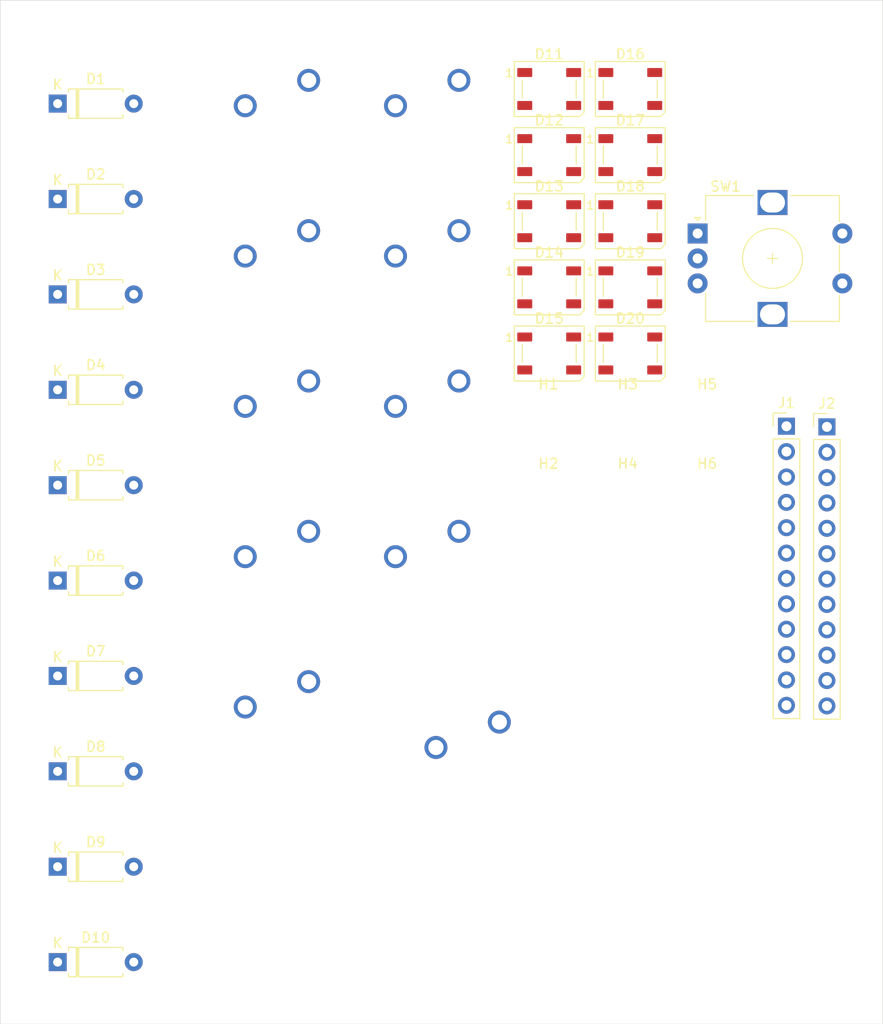
<source format=kicad_pcb>
(kicad_pcb (version 20240108) (generator "pcbnew") (generator_version "8.0")
  (layers (0 "F.Cu" signal) (31 "B.Cu" signal) (34 "B.Paste" user) (35 "F.Paste" user) (36 "B.SilkS" user "B.Silkscreen") (37 "F.SilkS" user "F.Silkscreen") (38 "B.Mask" user) (39 "F.Mask" user) (44 "Edge.Cuts" user))
  (net 0 "")
  (net 1 "Row_0")
  (net 2 "Net-(D1-A)")
  (net 3 "Net-(D2-A)")
  (net 4 "Net-(D3-A)")
  (net 5 "Net-(D4-A)")
  (net 6 "Row_1")
  (net 7 "Net-(D5-A)")
  (net 8 "Net-(D6-A)")
  (net 9 "Net-(D7-A)")
  (net 10 "Net-(D8-A)")
  (net 11 "Net-(D9-A)")
  (net 12 "Row_2")
  (net 13 "Net-(D10-A)")
  (net 14 "Row_3")
  (net 15 "5V")
  (net 16 "GND")
  (net 17 "LED_Data")
  (net 18 "Net-(D11-DOUT)")
  (net 19 "Net-(D12-DOUT)")
  (net 20 "Net-(D13-DOUT)")
  (net 21 "Net-(D14-DOUT)")
  (net 22 "Net-(D15-DOUT)")
  (net 23 "Net-(D16-DOUT)")
  (net 24 "Net-(D17-DOUT)")
  (net 25 "Net-(D18-DOUT)")
  (net 26 "Net-(D19-DOUT)")
  (net 28 "Col_0")
  (net 29 "Col_1")
  (net 30 "Col_2")
  (net 31 "Col_3")
  (net 32 "Encoder_A")
  (net 33 "Encoder_B")
  (net 34 "Encoder_Switch")
  (footprint "PCM_marbastlib-mx:SW_MX_1u" (layer "F.Cu") (at 78.1 59.85)
    (property "Reference" "MX1" (hide yes))
    (property "Value" "MX_SW_solder")
    (pad "" np_thru_hole circle (at -5.08 0) (size 1.75 1.75) (drill 1.75) (layers "*.Cu" "*.Mask"))
    (pad "" np_thru_hole circle (at 0 0) (size 3.9878 3.9878) (drill 3.9878) (layers "*.Cu" "*.Mask"))
    (pad "" np_thru_hole circle (at 5.08 0) (size 1.75 1.75) (drill 1.75) (layers "*.Cu" "*.Mask"))
    (pad "1" thru_hole circle (at -3.81 -2.54) (size 2.3 2.3) (drill 1.524) (layers "*.Cu" "B.Mask") (net 28 "Col_0"))
    (pad "2" thru_hole circle (at 2.54 -5.08) (size 2.3 2.3) (drill 1.524) (layers "*.Cu" "B.Mask") (net 2 "Net-(D1-A)"))
  )
  (footprint "Diode_THT:D_A-405_P7.62mm_Horizontal" (layer "F.Cu") (at 55.5 76.2)
    (property "Reference" "D3" (at 3.81 -2.47 0) (layer "F.SilkS"))
    (property "Value" "D")
    (fp_line (start 1.09 -1.47) (end 6.53 -1.47) (stroke (width 0.12)) (layer "F.SilkS"))
    (fp_line (start 1.09 -1.14) (end 1.09 -1.47) (stroke (width 0.12)) (layer "F.SilkS"))
    (fp_line (start 1.09 1.14) (end 1.09 1.47) (stroke (width 0.12)) (layer "F.SilkS"))
    (fp_line (start 1.09 1.47) (end 6.53 1.47) (stroke (width 0.12)) (layer "F.SilkS"))
    (fp_line (start 1.87 -1.47) (end 1.87 1.47) (stroke (width 0.12)) (layer "F.SilkS"))
    (fp_line (start 1.99 -1.47) (end 1.99 1.47) (stroke (width 0.12)) (layer "F.SilkS"))
    (fp_line (start 2.11 -1.47) (end 2.11 1.47) (stroke (width 0.12)) (layer "F.SilkS"))
    (fp_line (start 6.53 -1.47) (end 6.53 -1.14) (stroke (width 0.12)) (layer "F.SilkS"))
    (fp_line (start 6.53 1.47) (end 6.53 1.14) (stroke (width 0.12)) (layer "F.SilkS"))
    (fp_text user "K" (at 0 -1.9 0) (layer "F.SilkS"))
    (pad "1" thru_hole rect (at 0 0) (size 1.8 1.8) (drill 0.9) (layers "*.Cu" "*.Mask") (net 1 "Row_0"))
    (pad "2" thru_hole oval (at 7.62 0) (size 1.8 1.8) (drill 0.9) (layers "*.Cu" "*.Mask") (net 4 "Net-(D3-A)"))
  )
  (footprint "MountingHole:MountingHole_3.2mm_M3" (layer "F.Cu") (at 120.55 97.35)
    (property "Reference" "H6" (at 0 -4.2 0) (layer "F.SilkS"))
    (property "Value" "MountingHole")
    (pad "" np_thru_hole circle (at 0 0) (size 3.2 3.2) (drill 3.2) (layers "*.Cu" "*.Mask"))
  )
  (footprint "MountingHole:MountingHole_3.2mm_M3" (layer "F.Cu") (at 104.65 97.35)
    (property "Reference" "H2" (at 0 -4.2 0) (layer "F.SilkS"))
    (property "Value" "MountingHole")
    (pad "" np_thru_hole circle (at 0 0) (size 3.2 3.2) (drill 3.2) (layers "*.Cu" "*.Mask"))
  )
  (footprint "PCM_marbastlib-mx:SW_MX_1u" (layer "F.Cu") (at 93.15 89.95)
    (property "Reference" "MX8" (hide yes))
    (property "Value" "MX_SW_solder")
    (pad "" np_thru_hole circle (at -5.08 0) (size 1.75 1.75) (drill 1.75) (layers "*.Cu" "*.Mask"))
    (pad "" np_thru_hole circle (at 0 0) (size 3.9878 3.9878) (drill 3.9878) (layers "*.Cu" "*.Mask"))
    (pad "" np_thru_hole circle (at 5.08 0) (size 1.75 1.75) (drill 1.75) (layers "*.Cu" "*.Mask"))
    (pad "1" thru_hole circle (at -3.81 -2.54) (size 2.3 2.3) (drill 1.524) (layers "*.Cu" "B.Mask") (net 31 "Col_3"))
    (pad "2" thru_hole circle (at 2.54 -5.08) (size 2.3 2.3) (drill 1.524) (layers "*.Cu" "B.Mask") (net 10 "Net-(D8-A)"))
  )
  (footprint "Connector_PinHeader_2.54mm:PinHeader_1x12_P2.54mm_Vertical" (layer "F.Cu") (at 128.5 89.4)
    (property "Reference" "J1" (at 0 -2.33 0) (layer "F.SilkS"))
    (property "Value" "Conn_01x12")
    (fp_line (start -1.33 -1.33) (end 0 -1.33) (stroke (width 0.12)) (layer "F.SilkS"))
    (fp_line (start -1.33 0) (end -1.33 -1.33) (stroke (width 0.12)) (layer "F.SilkS"))
    (fp_line (start -1.33 1.27) (end -1.33 29.27) (stroke (width 0.12)) (layer "F.SilkS"))
    (fp_line (start -1.33 1.27) (end 1.33 1.27) (stroke (width 0.12)) (layer "F.SilkS"))
    (fp_line (start -1.33 29.27) (end 1.33 29.27) (stroke (width 0.12)) (layer "F.SilkS"))
    (fp_line (start 1.33 1.27) (end 1.33 29.27) (stroke (width 0.12)) (layer "F.SilkS"))
    (pad "1" thru_hole rect (at 0 0) (size 1.7 1.7) (drill 1) (layers "*.Cu" "*.Mask"))
    (pad "2" thru_hole oval (at 0 2.54) (size 1.7 1.7) (drill 1) (layers "*.Cu" "*.Mask"))
    (pad "3" thru_hole oval (at 0 5.08) (size 1.7 1.7) (drill 1) (layers "*.Cu" "*.Mask") (net 16 "GND"))
    (pad "4" thru_hole oval (at 0 7.62) (size 1.7 1.7) (drill 1) (layers "*.Cu" "*.Mask") (net 16 "GND"))
    (pad "5" thru_hole oval (at 0 10.16) (size 1.7 1.7) (drill 1) (layers "*.Cu" "*.Mask"))
    (pad "6" thru_hole oval (at 0 12.7) (size 1.7 1.7) (drill 1) (layers "*.Cu" "*.Mask") (net 28 "Col_0"))
    (pad "7" thru_hole oval (at 0 15.24) (size 1.7 1.7) (drill 1) (layers "*.Cu" "*.Mask") (net 29 "Col_1"))
    (pad "8" thru_hole oval (at 0 17.78) (size 1.7 1.7) (drill 1) (layers "*.Cu" "*.Mask") (net 30 "Col_2"))
    (pad "9" thru_hole oval (at 0 20.32) (size 1.7 1.7) (drill 1) (layers "*.Cu" "*.Mask") (net 31 "Col_3"))
    (pad "10" thru_hole oval (at 0 22.86) (size 1.7 1.7) (drill 1) (layers "*.Cu" "*.Mask") (net 1 "Row_0"))
    (pad "11" thru_hole oval (at 0 25.4) (size 1.7 1.7) (drill 1) (layers "*.Cu" "*.Mask") (net 6 "Row_1"))
    (pad "12" thru_hole oval (at 0 27.94) (size 1.7 1.7) (drill 1) (layers "*.Cu" "*.Mask") (net 12 "Row_2"))
  )
  (footprint "Diode_THT:D_A-405_P7.62mm_Horizontal" (layer "F.Cu") (at 55.5 104.85)
    (property "Reference" "D6" (at 3.81 -2.47 0) (layer "F.SilkS"))
    (property "Value" "D")
    (fp_line (start 1.09 -1.47) (end 6.53 -1.47) (stroke (width 0.12)) (layer "F.SilkS"))
    (fp_line (start 1.09 -1.14) (end 1.09 -1.47) (stroke (width 0.12)) (layer "F.SilkS"))
    (fp_line (start 1.09 1.14) (end 1.09 1.47) (stroke (width 0.12)) (layer "F.SilkS"))
    (fp_line (start 1.09 1.47) (end 6.53 1.47) (stroke (width 0.12)) (layer "F.SilkS"))
    (fp_line (start 1.87 -1.47) (end 1.87 1.47) (stroke (width 0.12)) (layer "F.SilkS"))
    (fp_line (start 1.99 -1.47) (end 1.99 1.47) (stroke (width 0.12)) (layer "F.SilkS"))
    (fp_line (start 2.11 -1.47) (end 2.11 1.47) (stroke (width 0.12)) (layer "F.SilkS"))
    (fp_line (start 6.53 -1.47) (end 6.53 -1.14) (stroke (width 0.12)) (layer "F.SilkS"))
    (fp_line (start 6.53 1.47) (end 6.53 1.14) (stroke (width 0.12)) (layer "F.SilkS"))
    (fp_text user "K" (at 0 -1.9 0) (layer "F.SilkS"))
    (pad "1" thru_hole rect (at 0 0) (size 1.8 1.8) (drill 0.9) (layers "*.Cu" "*.Mask") (net 6 "Row_1"))
    (pad "2" thru_hole oval (at 7.62 0) (size 1.8 1.8) (drill 0.9) (layers "*.Cu" "*.Mask") (net 8 "Net-(D6-A)"))
  )
  (footprint "PCM_marbastlib-mx:SW_MX_1u" (layer "F.Cu") (at 78.1 120.05)
    (property "Reference" "MX5" (hide yes))
    (property "Value" "MX_SW_solder")
    (pad "" np_thru_hole circle (at -5.08 0) (size 1.75 1.75) (drill 1.75) (layers "*.Cu" "*.Mask"))
    (pad "" np_thru_hole circle (at 0 0) (size 3.9878 3.9878) (drill 3.9878) (layers "*.Cu" "*.Mask"))
    (pad "" np_thru_hole circle (at 5.08 0) (size 1.75 1.75) (drill 1.75) (layers "*.Cu" "*.Mask"))
    (pad "1" thru_hole circle (at -3.81 -2.54) (size 2.3 2.3) (drill 1.524) (layers "*.Cu" "B.Mask") (net 28 "Col_0"))
    (pad "2" thru_hole circle (at 2.54 -5.08) (size 2.3 2.3) (drill 1.524) (layers "*.Cu" "B.Mask") (net 7 "Net-(D5-A)"))
  )
  (footprint "Diode_THT:D_A-405_P7.62mm_Horizontal" (layer "F.Cu") (at 55.5 57.1)
    (property "Reference" "D1" (at 3.81 -2.47 0) (layer "F.SilkS"))
    (property "Value" "D")
    (fp_line (start 1.09 -1.47) (end 6.53 -1.47) (stroke (width 0.12)) (layer "F.SilkS"))
    (fp_line (start 1.09 -1.14) (end 1.09 -1.47) (stroke (width 0.12)) (layer "F.SilkS"))
    (fp_line (start 1.09 1.14) (end 1.09 1.47) (stroke (width 0.12)) (layer "F.SilkS"))
    (fp_line (start 1.09 1.47) (end 6.53 1.47) (stroke (width 0.12)) (layer "F.SilkS"))
    (fp_line (start 1.87 -1.47) (end 1.87 1.47) (stroke (width 0.12)) (layer "F.SilkS"))
    (fp_line (start 1.99 -1.47) (end 1.99 1.47) (stroke (width 0.12)) (layer "F.SilkS"))
    (fp_line (start 2.11 -1.47) (end 2.11 1.47) (stroke (width 0.12)) (layer "F.SilkS"))
    (fp_line (start 6.53 -1.47) (end 6.53 -1.14) (stroke (width 0.12)) (layer "F.SilkS"))
    (fp_line (start 6.53 1.47) (end 6.53 1.14) (stroke (width 0.12)) (layer "F.SilkS"))
    (fp_text user "K" (at 0 -1.9 0) (layer "F.SilkS"))
    (pad "1" thru_hole rect (at 0 0) (size 1.8 1.8) (drill 0.9) (layers "*.Cu" "*.Mask") (net 1 "Row_0"))
    (pad "2" thru_hole oval (at 7.62 0) (size 1.8 1.8) (drill 0.9) (layers "*.Cu" "*.Mask") (net 2 "Net-(D1-A)"))
  )
  (footprint "MountingHole:MountingHole_3.2mm_M3" (layer "F.Cu") (at 112.6 89.4)
    (property "Reference" "H3" (at 0 -4.2 0) (layer "F.SilkS"))
    (property "Value" "MountingHole")
    (pad "" np_thru_hole circle (at 0 0) (size 3.2 3.2) (drill 3.2) (layers "*.Cu" "*.Mask"))
  )
  (footprint "LED_SMD:LED_WS2812B_PLCC4_5.0x5.0mm_P3.2mm" (layer "F.Cu") (at 104.735 62.255)
    (property "Reference" "D12" (at 0 -3.5 0) (layer "F.SilkS"))
    (property "Value" "WS2812B")
    (fp_line (start -3.5 -2.75) (end -3.5 2.75) (stroke (width 0.12)) (layer "F.SilkS"))
    (fp_line (start -3.5 -2.75) (end 3.5 -2.75) (stroke (width 0.12)) (layer "F.SilkS"))
    (fp_line (start -3.5 2.75) (end 3.05 2.75) (stroke (width 0.12)) (layer "F.SilkS"))
    (fp_line (start -2.7 0.9) (end -2.7 -0.9) (stroke (width 0.12)) (layer "F.SilkS"))
    (fp_line (start 2.7 0.9) (end 2.7 -0.9) (stroke (width 0.12)) (layer "F.SilkS"))
    (fp_line (start 3.05 2.75) (end 3.5 2.3) (stroke (width 0.12)) (layer "F.SilkS"))
    (fp_line (start 3.5 2.3) (end 3.5 -2.75) (stroke (width 0.12)) (layer "F.SilkS"))
    (fp_text user "1" (at -4 -1.6 0) (layer "F.SilkS") (effects (font (size 0.8 0.8))))
    (pad "1" smd roundrect (at -2.45 -1.65) (size 1.5 0.9) (layers "F.Cu" "F.Paste" "F.Mask") (roundrect_rratio 0.1) (net 15 "5V"))
    (pad "2" smd roundrect (at -2.45 1.65) (size 1.5 0.9) (layers "F.Cu" "F.Paste" "F.Mask") (roundrect_rratio 0.1) (net 19 "Net-(D12-DOUT)"))
    (pad "3" smd roundrect (at 2.45 1.65) (size 1.5 0.9) (layers "F.Cu" "F.Paste" "F.Mask") (roundrect_rratio 0.1) (net 16 "GND"))
    (pad "4" smd roundrect (at 2.45 -1.65) (size 1.5 0.9) (layers "F.Cu" "F.Paste" "F.Mask") (roundrect_rratio 0.1) (net 18 "Net-(D11-DOUT)"))
  )
  (footprint "PCM_marbastlib-mx:SW_MX_1u" (layer "F.Cu") (at 78.1 105)
    (property "Reference" "MX4" (hide yes))
    (property "Value" "MX_SW_solder")
    (pad "" np_thru_hole circle (at -5.08 0) (size 1.75 1.75) (drill 1.75) (layers "*.Cu" "*.Mask"))
    (pad "" np_thru_hole circle (at 0 0) (size 3.9878 3.9878) (drill 3.9878) (layers "*.Cu" "*.Mask"))
    (pad "" np_thru_hole circle (at 5.08 0) (size 1.75 1.75) (drill 1.75) (layers "*.Cu" "*.Mask"))
    (pad "1" thru_hole circle (at -3.81 -2.54) (size 2.3 2.3) (drill 1.524) (layers "*.Cu" "B.Mask") (net 31 "Col_3"))
    (pad "2" thru_hole circle (at 2.54 -5.08) (size 2.3 2.3) (drill 1.524) (layers "*.Cu" "B.Mask") (net 5 "Net-(D4-A)"))
  )
  (footprint "Rotary_Encoder:RotaryEncoder_Alps_EC12E-Switch_Vertical_H20mm" (layer "F.Cu") (at 119.6 70.1)
    (property "Reference" "SW1" (at 2.8 -4.7 0) (layer "F.SilkS"))
    (property "Value" "RotaryEncoder_Switch_MP")
    (fp_line (start -0.3 -1.6) (end 0.3 -1.6) (stroke (width 0.12)) (layer "F.SilkS"))
    (fp_line (start 0 -1.3) (end -0.3 -1.6) (stroke (width 0.12)) (layer "F.SilkS"))
    (fp_line (start 0.3 -1.6) (end 0 -1.3) (stroke (width 0.12)) (layer "F.SilkS"))
    (fp_line (start 0.8 -3.8) (end 0.8 -1.3) (stroke (width 0.12)) (layer "F.SilkS"))
    (fp_line (start 0.8 8.8) (end 0.8 6) (stroke (width 0.12)) (layer "F.SilkS"))
    (fp_line (start 5.6 -3.8) (end 0.8 -3.8) (stroke (width 0.12)) (layer "F.SilkS"))
    (fp_line (start 5.7 8.8) (end 0.8 8.8) (stroke (width 0.12)) (layer "F.SilkS"))
    (fp_line (start 7 2.5) (end 8 2.5) (stroke (width 0.12)) (layer "F.SilkS"))
    (fp_line (start 7.5 2) (end 7.5 3) (stroke (width 0.12)) (layer "F.SilkS"))
    (fp_line (start 9.3 -3.8) (end 14.2 -3.8) (stroke (width 0.12)) (layer "F.SilkS"))
    (fp_line (start 14.2 -3.8) (end 14.2 -1.2) (stroke (width 0.12)) (layer "F.SilkS"))
    (fp_line (start 14.2 1.2) (end 14.2 3.8) (stroke (width 0.12)) (layer "F.SilkS"))
    (fp_line (start 14.2 6.2) (end 14.2 8.8) (stroke (width 0.12)) (layer "F.SilkS"))
    (fp_line (start 14.2 8.8) (end 9.3 8.8) (stroke (width 0.12)) (layer "F.SilkS"))
    (fp_circle (center 7.5 2.5) (end 10.5 2.5) (stroke (width 0.12)) (fill none) (layer "F.SilkS"))
    (pad "A" thru_hole rect (at 0 0) (size 2 2) (drill 1) (layers "*.Cu" "*.Mask") (net 32 "Encoder_A"))
    (pad "B" thru_hole circle (at 0 5) (size 2 2) (drill 1) (layers "*.Cu" "*.Mask") (net 33 "Encoder_B"))
    (pad "C" thru_hole circle (at 0 2.5) (size 2 2) (drill 1) (layers "*.Cu" "*.Mask") (net 16 "GND"))
    (pad "MP" thru_hole rect (at 7.5 -3.1) (size 3 2.5) (drill oval 2.5 2) (layers "*.Cu" "*.Mask") (net 16 "GND"))
    (pad "MP" thru_hole rect (at 7.5 8.1) (size 3 2.5) (drill oval 2.5 2) (layers "*.Cu" "*.Mask") (net 16 "GND"))
    (pad "S1" thru_hole circle (at 14.5 0) (size 2 2) (drill 1) (layers "*.Cu" "*.Mask") (net 16 "GND"))
    (pad "S2" thru_hole circle (at 14.5 5) (size 2 2) (drill 1) (layers "*.Cu" "*.Mask") (net 34 "Encoder_Switch"))
  )
  (footprint "PCM_marbastlib-mx:SW_MX_1u" (layer "F.Cu") (at 93.15 105)
    (property "Reference" "MX9" (hide yes))
    (property "Value" "MX_SW_solder")
    (pad "" np_thru_hole circle (at -5.08 0) (size 1.75 1.75) (drill 1.75) (layers "*.Cu" "*.Mask"))
    (pad "" np_thru_hole circle (at 0 0) (size 3.9878 3.9878) (drill 3.9878) (layers "*.Cu" "*.Mask"))
    (pad "" np_thru_hole circle (at 5.08 0) (size 1.75 1.75) (drill 1.75) (layers "*.Cu" "*.Mask"))
    (pad "1" thru_hole circle (at -3.81 -2.54) (size 2.3 2.3) (drill 1.524) (layers "*.Cu" "B.Mask") (net 31 "Col_3"))
    (pad "2" thru_hole circle (at 2.54 -5.08) (size 2.3 2.3) (drill 1.524) (layers "*.Cu" "B.Mask") (net 11 "Net-(D9-A)"))
  )
  (footprint "Diode_THT:D_A-405_P7.62mm_Horizontal" (layer "F.Cu") (at 55.5 123.95)
    (property "Reference" "D8" (at 3.81 -2.47 0) (layer "F.SilkS"))
    (property "Value" "D")
    (fp_line (start 1.09 -1.47) (end 6.53 -1.47) (stroke (width 0.12)) (layer "F.SilkS"))
    (fp_line (start 1.09 -1.14) (end 1.09 -1.47) (stroke (width 0.12)) (layer "F.SilkS"))
    (fp_line (start 1.09 1.14) (end 1.09 1.47) (stroke (width 0.12)) (layer "F.SilkS"))
    (fp_line (start 1.09 1.47) (end 6.53 1.47) (stroke (width 0.12)) (layer "F.SilkS"))
    (fp_line (start 1.87 -1.47) (end 1.87 1.47) (stroke (width 0.12)) (layer "F.SilkS"))
    (fp_line (start 1.99 -1.47) (end 1.99 1.47) (stroke (width 0.12)) (layer "F.SilkS"))
    (fp_line (start 2.11 -1.47) (end 2.11 1.47) (stroke (width 0.12)) (layer "F.SilkS"))
    (fp_line (start 6.53 -1.47) (end 6.53 -1.14) (stroke (width 0.12)) (layer "F.SilkS"))
    (fp_line (start 6.53 1.47) (end 6.53 1.14) (stroke (width 0.12)) (layer "F.SilkS"))
    (fp_text user "K" (at 0 -1.9 0) (layer "F.SilkS"))
    (pad "1" thru_hole rect (at 0 0) (size 1.8 1.8) (drill 0.9) (layers "*.Cu" "*.Mask") (net 6 "Row_1"))
    (pad "2" thru_hole oval (at 7.62 0) (size 1.8 1.8) (drill 0.9) (layers "*.Cu" "*.Mask") (net 10 "Net-(D8-A)"))
  )
  (footprint "MountingHole:MountingHole_3.2mm_M3" (layer "F.Cu") (at 120.55 89.4)
    (property "Reference" "H5" (at 0 -4.2 0) (layer "F.SilkS"))
    (property "Value" "MountingHole")
    (pad "" np_thru_hole circle (at 0 0) (size 3.2 3.2) (drill 3.2) (layers "*.Cu" "*.Mask"))
  )
  (footprint "PCM_marbastlib-mx:SW_MX_1u" (layer "F.Cu") (at 97.2 124.1)
    (property "Reference" "MX10" (hide yes))
    (property "Value" "MX_SW_solder")
    (pad "" np_thru_hole circle (at -5.08 0) (size 1.75 1.75) (drill 1.75) (layers "*.Cu" "*.Mask"))
    (pad "" np_thru_hole circle (at 0 0) (size 3.9878 3.9878) (drill 3.9878) (layers "*.Cu" "*.Mask"))
    (pad "" np_thru_hole circle (at 5.08 0) (size 1.75 1.75) (drill 1.75) (layers "*.Cu" "*.Mask"))
    (pad "1" thru_hole circle (at -3.81 -2.54) (size 2.3 2.3) (drill 1.524) (layers "*.Cu" "B.Mask") (net 31 "Col_3"))
    (pad "2" thru_hole circle (at 2.54 -5.08) (size 2.3 2.3) (drill 1.524) (layers "*.Cu" "B.Mask") (net 13 "Net-(D10-A)"))
  )
  (footprint "LED_SMD:LED_WS2812B_PLCC4_5.0x5.0mm_P3.2mm" (layer "F.Cu") (at 112.855 55.635)
    (property "Reference" "D16" (at 0 -3.5 0) (layer "F.SilkS"))
    (property "Value" "WS2812B")
    (fp_line (start -3.5 -2.75) (end -3.5 2.75) (stroke (width 0.12)) (layer "F.SilkS"))
    (fp_line (start -3.5 -2.75) (end 3.5 -2.75) (stroke (width 0.12)) (layer "F.SilkS"))
    (fp_line (start -3.5 2.75) (end 3.05 2.75) (stroke (width 0.12)) (layer "F.SilkS"))
    (fp_line (start -2.7 0.9) (end -2.7 -0.9) (stroke (width 0.12)) (layer "F.SilkS"))
    (fp_line (start 2.7 0.9) (end 2.7 -0.9) (stroke (width 0.12)) (layer "F.SilkS"))
    (fp_line (start 3.05 2.75) (end 3.5 2.3) (stroke (width 0.12)) (layer "F.SilkS"))
    (fp_line (start 3.5 2.3) (end 3.5 -2.75) (stroke (width 0.12)) (layer "F.SilkS"))
    (fp_text user "1" (at -4 -1.6 0) (layer "F.SilkS") (effects (font (size 0.8 0.8))))
    (pad "1" smd roundrect (at -2.45 -1.65) (size 1.5 0.9) (layers "F.Cu" "F.Paste" "F.Mask") (roundrect_rratio 0.1) (net 15 "5V"))
    (pad "2" smd roundrect (at -2.45 1.65) (size 1.5 0.9) (layers "F.Cu" "F.Paste" "F.Mask") (roundrect_rratio 0.1) (net 23 "Net-(D16-DOUT)"))
    (pad "3" smd roundrect (at 2.45 1.65) (size 1.5 0.9) (layers "F.Cu" "F.Paste" "F.Mask") (roundrect_rratio 0.1) (net 16 "GND"))
    (pad "4" smd roundrect (at 2.45 -1.65) (size 1.5 0.9) (layers "F.Cu" "F.Paste" "F.Mask") (roundrect_rratio 0.1) (net 22 "Net-(D15-DOUT)"))
  )
  (footprint "LED_SMD:LED_WS2812B_PLCC4_5.0x5.0mm_P3.2mm" (layer "F.Cu") (at 104.735 82.115)
    (property "Reference" "D15" (at 0 -3.5 0) (layer "F.SilkS"))
    (property "Value" "WS2812B")
    (fp_line (start -3.5 -2.75) (end -3.5 2.75) (stroke (width 0.12)) (layer "F.SilkS"))
    (fp_line (start -3.5 -2.75) (end 3.5 -2.75) (stroke (width 0.12)) (layer "F.SilkS"))
    (fp_line (start -3.5 2.75) (end 3.05 2.75) (stroke (width 0.12)) (layer "F.SilkS"))
    (fp_line (start -2.7 0.9) (end -2.7 -0.9) (stroke (width 0.12)) (layer "F.SilkS"))
    (fp_line (start 2.7 0.9) (end 2.7 -0.9) (stroke (width 0.12)) (layer "F.SilkS"))
    (fp_line (start 3.05 2.75) (end 3.5 2.3) (stroke (width 0.12)) (layer "F.SilkS"))
    (fp_line (start 3.5 2.3) (end 3.5 -2.75) (stroke (width 0.12)) (layer "F.SilkS"))
    (fp_text user "1" (at -4 -1.6 0) (layer "F.SilkS") (effects (font (size 0.8 0.8))))
    (pad "1" smd roundrect (at -2.45 -1.65) (size 1.5 0.9) (layers "F.Cu" "F.Paste" "F.Mask") (roundrect_rratio 0.1) (net 15 "5V"))
    (pad "2" smd roundrect (at -2.45 1.65) (size 1.5 0.9) (layers "F.Cu" "F.Paste" "F.Mask") (roundrect_rratio 0.1) (net 22 "Net-(D15-DOUT)"))
    (pad "3" smd roundrect (at 2.45 1.65) (size 1.5 0.9) (layers "F.Cu" "F.Paste" "F.Mask") (roundrect_rratio 0.1) (net 16 "GND"))
    (pad "4" smd roundrect (at 2.45 -1.65) (size 1.5 0.9) (layers "F.Cu" "F.Paste" "F.Mask") (roundrect_rratio 0.1) (net 21 "Net-(D14-DOUT)"))
  )
  (footprint "LED_SMD:LED_WS2812B_PLCC4_5.0x5.0mm_P3.2mm" (layer "F.Cu") (at 104.735 75.495)
    (property "Reference" "D14" (at 0 -3.5 0) (layer "F.SilkS"))
    (property "Value" "WS2812B")
    (fp_line (start -3.5 -2.75) (end -3.5 2.75) (stroke (width 0.12)) (layer "F.SilkS"))
    (fp_line (start -3.5 -2.75) (end 3.5 -2.75) (stroke (width 0.12)) (layer "F.SilkS"))
    (fp_line (start -3.5 2.75) (end 3.05 2.75) (stroke (width 0.12)) (layer "F.SilkS"))
    (fp_line (start -2.7 0.9) (end -2.7 -0.9) (stroke (width 0.12)) (layer "F.SilkS"))
    (fp_line (start 2.7 0.9) (end 2.7 -0.9) (stroke (width 0.12)) (layer "F.SilkS"))
    (fp_line (start 3.05 2.75) (end 3.5 2.3) (stroke (width 0.12)) (layer "F.SilkS"))
    (fp_line (start 3.5 2.3) (end 3.5 -2.75) (stroke (width 0.12)) (layer "F.SilkS"))
    (fp_text user "1" (at -4 -1.6 0) (layer "F.SilkS") (effects (font (size 0.8 0.8))))
    (pad "1" smd roundrect (at -2.45 -1.65) (size 1.5 0.9) (layers "F.Cu" "F.Paste" "F.Mask") (roundrect_rratio 0.1) (net 15 "5V"))
    (pad "2" smd roundrect (at -2.45 1.65) (size 1.5 0.9) (layers "F.Cu" "F.Paste" "F.Mask") (roundrect_rratio 0.1) (net 21 "Net-(D14-DOUT)"))
    (pad "3" smd roundrect (at 2.45 1.65) (size 1.5 0.9) (layers "F.Cu" "F.Paste" "F.Mask") (roundrect_rratio 0.1) (net 16 "GND"))
    (pad "4" smd roundrect (at 2.45 -1.65) (size 1.5 0.9) (layers "F.Cu" "F.Paste" "F.Mask") (roundrect_rratio 0.1) (net 20 "Net-(D13-DOUT)"))
  )
  (footprint "MountingHole:MountingHole_3.2mm_M3" (layer "F.Cu") (at 104.65 89.4)
    (property "Reference" "H1" (at 0 -4.2 0) (layer "F.SilkS"))
    (property "Value" "MountingHole")
    (pad "" np_thru_hole circle (at 0 0) (size 3.2 3.2) (drill 3.2) (layers "*.Cu" "*.Mask"))
  )
  (footprint "PCM_marbastlib-mx:SW_MX_1u" (layer "F.Cu") (at 93.15 59.85)
    (property "Reference" "MX6" (hide yes))
    (property "Value" "MX_SW_solder")
    (pad "" np_thru_hole circle (at -5.08 0) (size 1.75 1.75) (drill 1.75) (layers "*.Cu" "*.Mask"))
    (pad "" np_thru_hole circle (at 0 0) (size 3.9878 3.9878) (drill 3.9878) (layers "*.Cu" "*.Mask"))
    (pad "" np_thru_hole circle (at 5.08 0) (size 1.75 1.75) (drill 1.75) (layers "*.Cu" "*.Mask"))
    (pad "1" thru_hole circle (at -3.81 -2.54) (size 2.3 2.3) (drill 1.524) (layers "*.Cu" "B.Mask") (net 29 "Col_1"))
    (pad "2" thru_hole circle (at 2.54 -5.08) (size 2.3 2.3) (drill 1.524) (layers "*.Cu" "B.Mask") (net 8 "Net-(D6-A)"))
  )
  (footprint "LED_SMD:LED_WS2812B_PLCC4_5.0x5.0mm_P3.2mm" (layer "F.Cu") (at 104.735 55.635)
    (property "Reference" "D11" (at 0 -3.5 0) (layer "F.SilkS"))
    (property "Value" "WS2812B")
    (fp_line (start -3.5 -2.75) (end -3.5 2.75) (stroke (width 0.12)) (layer "F.SilkS"))
    (fp_line (start -3.5 -2.75) (end 3.5 -2.75) (stroke (width 0.12)) (layer "F.SilkS"))
    (fp_line (start -3.5 2.75) (end 3.05 2.75) (stroke (width 0.12)) (layer "F.SilkS"))
    (fp_line (start -2.7 0.9) (end -2.7 -0.9) (stroke (width 0.12)) (layer "F.SilkS"))
    (fp_line (start 2.7 0.9) (end 2.7 -0.9) (stroke (width 0.12)) (layer "F.SilkS"))
    (fp_line (start 3.05 2.75) (end 3.5 2.3) (stroke (width 0.12)) (layer "F.SilkS"))
    (fp_line (start 3.5 2.3) (end 3.5 -2.75) (stroke (width 0.12)) (layer "F.SilkS"))
    (fp_text user "1" (at -4 -1.6 0) (layer "F.SilkS") (effects (font (size 0.8 0.8))))
    (pad "1" smd roundrect (at -2.45 -1.65) (size 1.5 0.9) (layers "F.Cu" "F.Paste" "F.Mask") (roundrect_rratio 0.1) (net 15 "5V"))
    (pad "2" smd roundrect (at -2.45 1.65) (size 1.5 0.9) (layers "F.Cu" "F.Paste" "F.Mask") (roundrect_rratio 0.1) (net 18 "Net-(D11-DOUT)"))
    (pad "3" smd roundrect (at 2.45 1.65) (size 1.5 0.9) (layers "F.Cu" "F.Paste" "F.Mask") (roundrect_rratio 0.1) (net 16 "GND"))
    (pad "4" smd roundrect (at 2.45 -1.65) (size 1.5 0.9) (layers "F.Cu" "F.Paste" "F.Mask") (roundrect_rratio 0.1) (net 17 "LED_Data"))
  )
  (footprint "PCM_marbastlib-mx:SW_MX_1u" (layer "F.Cu") (at 78.1 89.95)
    (property "Reference" "MX3" (hide yes))
    (property "Value" "MX_SW_solder")
    (pad "" np_thru_hole circle (at -5.08 0) (size 1.75 1.75) (drill 1.75) (layers "*.Cu" "*.Mask"))
    (pad "" np_thru_hole circle (at 0 0) (size 3.9878 3.9878) (drill 3.9878) (layers "*.Cu" "*.Mask"))
    (pad "" np_thru_hole circle (at 5.08 0) (size 1.75 1.75) (drill 1.75) (layers "*.Cu" "*.Mask"))
    (pad "1" thru_hole circle (at -3.81 -2.54) (size 2.3 2.3) (drill 1.524) (layers "*.Cu" "B.Mask") (net 30 "Col_2"))
    (pad "2" thru_hole circle (at 2.54 -5.08) (size 2.3 2.3) (drill 1.524) (layers "*.Cu" "B.Mask") (net 4 "Net-(D3-A)"))
  )
  (footprint "Diode_THT:D_A-405_P7.62mm_Horizontal" (layer "F.Cu") (at 55.5 114.4)
    (property "Reference" "D7" (at 3.81 -2.47 0) (layer "F.SilkS"))
    (property "Value" "D")
    (fp_line (start 1.09 -1.47) (end 6.53 -1.47) (stroke (width 0.12)) (layer "F.SilkS"))
    (fp_line (start 1.09 -1.14) (end 1.09 -1.47) (stroke (width 0.12)) (layer "F.SilkS"))
    (fp_line (start 1.09 1.14) (end 1.09 1.47) (stroke (width 0.12)) (layer "F.SilkS"))
    (fp_line (start 1.09 1.47) (end 6.53 1.47) (stroke (width 0.12)) (layer "F.SilkS"))
    (fp_line (start 1.87 -1.47) (end 1.87 1.47) (stroke (width 0.12)) (layer "F.SilkS"))
    (fp_line (start 1.99 -1.47) (end 1.99 1.47) (stroke (width 0.12)) (layer "F.SilkS"))
    (fp_line (start 2.11 -1.47) (end 2.11 1.47) (stroke (width 0.12)) (layer "F.SilkS"))
    (fp_line (start 6.53 -1.47) (end 6.53 -1.14) (stroke (width 0.12)) (layer "F.SilkS"))
    (fp_line (start 6.53 1.47) (end 6.53 1.14) (stroke (width 0.12)) (layer "F.SilkS"))
    (fp_text user "K" (at 0 -1.9 0) (layer "F.SilkS"))
    (pad "1" thru_hole rect (at 0 0) (size 1.8 1.8) (drill 0.9) (layers "*.Cu" "*.Mask") (net 6 "Row_1"))
    (pad "2" thru_hole oval (at 7.62 0) (size 1.8 1.8) (drill 0.9) (layers "*.Cu" "*.Mask") (net 9 "Net-(D7-A)"))
  )
  (footprint "LED_SMD:LED_WS2812B_PLCC4_5.0x5.0mm_P3.2mm" (layer "F.Cu") (at 112.855 68.875)
    (property "Reference" "D18" (at 0 -3.5 0) (layer "F.SilkS"))
    (property "Value" "WS2812B")
    (fp_line (start -3.5 -2.75) (end -3.5 2.75) (stroke (width 0.12)) (layer "F.SilkS"))
    (fp_line (start -3.5 -2.75) (end 3.5 -2.75) (stroke (width 0.12)) (layer "F.SilkS"))
    (fp_line (start -3.5 2.75) (end 3.05 2.75) (stroke (width 0.12)) (layer "F.SilkS"))
    (fp_line (start -2.7 0.9) (end -2.7 -0.9) (stroke (width 0.12)) (layer "F.SilkS"))
    (fp_line (start 2.7 0.9) (end 2.7 -0.9) (stroke (width 0.12)) (layer "F.SilkS"))
    (fp_line (start 3.05 2.75) (end 3.5 2.3) (stroke (width 0.12)) (layer "F.SilkS"))
    (fp_line (start 3.5 2.3) (end 3.5 -2.75) (stroke (width 0.12)) (layer "F.SilkS"))
    (fp_text user "1" (at -4 -1.6 0) (layer "F.SilkS") (effects (font (size 0.8 0.8))))
    (pad "1" smd roundrect (at -2.45 -1.65) (size 1.5 0.9) (layers "F.Cu" "F.Paste" "F.Mask") (roundrect_rratio 0.1) (net 15 "5V"))
    (pad "2" smd roundrect (at -2.45 1.65) (size 1.5 0.9) (layers "F.Cu" "F.Paste" "F.Mask") (roundrect_rratio 0.1) (net 25 "Net-(D18-DOUT)"))
    (pad "3" smd roundrect (at 2.45 1.65) (size 1.5 0.9) (layers "F.Cu" "F.Paste" "F.Mask") (roundrect_rratio 0.1) (net 16 "GND"))
    (pad "4" smd roundrect (at 2.45 -1.65) (size 1.5 0.9) (layers "F.Cu" "F.Paste" "F.Mask") (roundrect_rratio 0.1) (net 24 "Net-(D17-DOUT)"))
  )
  (footprint "Diode_THT:D_A-405_P7.62mm_Horizontal" (layer "F.Cu") (at 55.5 66.65)
    (property "Reference" "D2" (at 3.81 -2.47 0) (layer "F.SilkS"))
    (property "Value" "D")
    (fp_line (start 1.09 -1.47) (end 6.53 -1.47) (stroke (width 0.12)) (layer "F.SilkS"))
    (fp_line (start 1.09 -1.14) (end 1.09 -1.47) (stroke (width 0.12)) (layer "F.SilkS"))
    (fp_line (start 1.09 1.14) (end 1.09 1.47) (stroke (width 0.12)) (layer "F.SilkS"))
    (fp_line (start 1.09 1.47) (end 6.53 1.47) (stroke (width 0.12)) (layer "F.SilkS"))
    (fp_line (start 1.87 -1.47) (end 1.87 1.47) (stroke (width 0.12)) (layer "F.SilkS"))
    (fp_line (start 1.99 -1.47) (end 1.99 1.47) (stroke (width 0.12)) (layer "F.SilkS"))
    (fp_line (start 2.11 -1.47) (end 2.11 1.47) (stroke (width 0.12)) (layer "F.SilkS"))
    (fp_line (start 6.53 -1.47) (end 6.53 -1.14) (stroke (width 0.12)) (layer "F.SilkS"))
    (fp_line (start 6.53 1.47) (end 6.53 1.14) (stroke (width 0.12)) (layer "F.SilkS"))
    (fp_text user "K" (at 0 -1.9 0) (layer "F.SilkS"))
    (pad "1" thru_hole rect (at 0 0) (size 1.8 1.8) (drill 0.9) (layers "*.Cu" "*.Mask") (net 1 "Row_0"))
    (pad "2" thru_hole oval (at 7.62 0) (size 1.8 1.8) (drill 0.9) (layers "*.Cu" "*.Mask") (net 3 "Net-(D2-A)"))
  )
  (footprint "LED_SMD:LED_WS2812B_PLCC4_5.0x5.0mm_P3.2mm" (layer "F.Cu") (at 112.855 82.115)
    (property "Reference" "D20" (at 0 -3.5 0) (layer "F.SilkS"))
    (property "Value" "WS2812B")
    (fp_line (start -3.5 -2.75) (end -3.5 2.75) (stroke (width 0.12)) (layer "F.SilkS"))
    (fp_line (start -3.5 -2.75) (end 3.5 -2.75) (stroke (width 0.12)) (layer "F.SilkS"))
    (fp_line (start -3.5 2.75) (end 3.05 2.75) (stroke (width 0.12)) (layer "F.SilkS"))
    (fp_line (start -2.7 0.9) (end -2.7 -0.9) (stroke (width 0.12)) (layer "F.SilkS"))
    (fp_line (start 2.7 0.9) (end 2.7 -0.9) (stroke (width 0.12)) (layer "F.SilkS"))
    (fp_line (start 3.05 2.75) (end 3.5 2.3) (stroke (width 0.12)) (layer "F.SilkS"))
    (fp_line (start 3.5 2.3) (end 3.5 -2.75) (stroke (width 0.12)) (layer "F.SilkS"))
    (fp_text user "1" (at -4 -1.6 0) (layer "F.SilkS") (effects (font (size 0.8 0.8))))
    (pad "1" smd roundrect (at -2.45 -1.65) (size 1.5 0.9) (layers "F.Cu" "F.Paste" "F.Mask") (roundrect_rratio 0.1) (net 15 "5V"))
    (pad "2" smd roundrect (at -2.45 1.65) (size 1.5 0.9) (layers "F.Cu" "F.Paste" "F.Mask") (roundrect_rratio 0.1))
    (pad "3" smd roundrect (at 2.45 1.65) (size 1.5 0.9) (layers "F.Cu" "F.Paste" "F.Mask") (roundrect_rratio 0.1) (net 16 "GND"))
    (pad "4" smd roundrect (at 2.45 -1.65) (size 1.5 0.9) (layers "F.Cu" "F.Paste" "F.Mask") (roundrect_rratio 0.1) (net 26 "Net-(D19-DOUT)"))
  )
  (footprint "PCM_marbastlib-mx:SW_MX_1u" (layer "F.Cu") (at 78.1 74.9)
    (property "Reference" "MX2" (hide yes))
    (property "Value" "MX_SW_solder")
    (pad "" np_thru_hole circle (at -5.08 0) (size 1.75 1.75) (drill 1.75) (layers "*.Cu" "*.Mask"))
    (pad "" np_thru_hole circle (at 0 0) (size 3.9878 3.9878) (drill 3.9878) (layers "*.Cu" "*.Mask"))
    (pad "" np_thru_hole circle (at 5.08 0) (size 1.75 1.75) (drill 1.75) (layers "*.Cu" "*.Mask"))
    (pad "1" thru_hole circle (at -3.81 -2.54) (size 2.3 2.3) (drill 1.524) (layers "*.Cu" "B.Mask") (net 29 "Col_1"))
    (pad "2" thru_hole circle (at 2.54 -5.08) (size 2.3 2.3) (drill 1.524) (layers "*.Cu" "B.Mask") (net 3 "Net-(D2-A)"))
  )
  (footprint "Connector_PinHeader_2.54mm:PinHeader_1x12_P2.54mm_Vertical" (layer "F.Cu") (at 132.55 89.46)
    (property "Reference" "J2" (at 0 -2.33 0) (layer "F.SilkS"))
    (property "Value" "Conn_01x12")
    (fp_line (start -1.33 -1.33) (end 0 -1.33) (stroke (width 0.12)) (layer "F.SilkS"))
    (fp_line (start -1.33 0) (end -1.33 -1.33) (stroke (width 0.12)) (layer "F.SilkS"))
    (fp_line (start -1.33 1.27) (end -1.33 29.27) (stroke (width 0.12)) (layer "F.SilkS"))
    (fp_line (start -1.33 1.27) (end 1.33 1.27) (stroke (width 0.12)) (layer "F.SilkS"))
    (fp_line (start -1.33 29.27) (end 1.33 29.27) (stroke (width 0.12)) (layer "F.SilkS"))
    (fp_line (start 1.33 1.27) (end 1.33 29.27) (stroke (width 0.12)) (layer "F.SilkS"))
    (pad "1" thru_hole rect (at 0 0) (size 1.7 1.7) (drill 1) (layers "*.Cu" "*.Mask"))
    (pad "2" thru_hole oval (at 0 2.54) (size 1.7 1.7) (drill 1) (layers "*.Cu" "*.Mask") (net 16 "GND"))
    (pad "3" thru_hole oval (at 0 5.08) (size 1.7 1.7) (drill 1) (layers "*.Cu" "*.Mask"))
    (pad "4" thru_hole oval (at 0 7.62) (size 1.7 1.7) (drill 1) (layers "*.Cu" "*.Mask") (net 15 "5V"))
    (pad "5" thru_hole oval (at 0 10.16) (size 1.7 1.7) (drill 1) (layers "*.Cu" "*.Mask") (net 34 "Encoder_Switch"))
    (pad "6" thru_hole oval (at 0 12.7) (size 1.7 1.7) (drill 1) (layers "*.Cu" "*.Mask") (net 32 "Encoder_A"))
    (pad "7" thru_hole oval (at 0 15.24) (size 1.7 1.7) (drill 1) (layers "*.Cu" "*.Mask") (net 33 "Encoder_B"))
    (pad "8" thru_hole oval (at 0 17.78) (size 1.7 1.7) (drill 1) (layers "*.Cu" "*.Mask") (net 17 "LED_Data"))
    (pad "9" thru_hole oval (at 0 20.32) (size 1.7 1.7) (drill 1) (layers "*.Cu" "*.Mask"))
    (pad "10" thru_hole oval (at 0 22.86) (size 1.7 1.7) (drill 1) (layers "*.Cu" "*.Mask"))
    (pad "11" thru_hole oval (at 0 25.4) (size 1.7 1.7) (drill 1) (layers "*.Cu" "*.Mask"))
    (pad "12" thru_hole oval (at 0 27.94) (size 1.7 1.7) (drill 1) (layers "*.Cu" "*.Mask") (net 14 "Row_3"))
  )
  (footprint "LED_SMD:LED_WS2812B_PLCC4_5.0x5.0mm_P3.2mm" (layer "F.Cu") (at 112.855 75.495)
    (property "Reference" "D19" (at 0 -3.5 0) (layer "F.SilkS"))
    (property "Value" "WS2812B")
    (fp_line (start -3.5 -2.75) (end -3.5 2.75) (stroke (width 0.12)) (layer "F.SilkS"))
    (fp_line (start -3.5 -2.75) (end 3.5 -2.75) (stroke (width 0.12)) (layer "F.SilkS"))
    (fp_line (start -3.5 2.75) (end 3.05 2.75) (stroke (width 0.12)) (layer "F.SilkS"))
    (fp_line (start -2.7 0.9) (end -2.7 -0.9) (stroke (width 0.12)) (layer "F.SilkS"))
    (fp_line (start 2.7 0.9) (end 2.7 -0.9) (stroke (width 0.12)) (layer "F.SilkS"))
    (fp_line (start 3.05 2.75) (end 3.5 2.3) (stroke (width 0.12)) (layer "F.SilkS"))
    (fp_line (start 3.5 2.3) (end 3.5 -2.75) (stroke (width 0.12)) (layer "F.SilkS"))
    (fp_text user "1" (at -4 -1.6 0) (layer "F.SilkS") (effects (font (size 0.8 0.8))))
    (pad "1" smd roundrect (at -2.45 -1.65) (size 1.5 0.9) (layers "F.Cu" "F.Paste" "F.Mask") (roundrect_rratio 0.1) (net 15 "5V"))
    (pad "2" smd roundrect (at -2.45 1.65) (size 1.5 0.9) (layers "F.Cu" "F.Paste" "F.Mask") (roundrect_rratio 0.1) (net 26 "Net-(D19-DOUT)"))
    (pad "3" smd roundrect (at 2.45 1.65) (size 1.5 0.9) (layers "F.Cu" "F.Paste" "F.Mask") (roundrect_rratio 0.1) (net 16 "GND"))
    (pad "4" smd roundrect (at 2.45 -1.65) (size 1.5 0.9) (layers "F.Cu" "F.Paste" "F.Mask") (roundrect_rratio 0.1) (net 25 "Net-(D18-DOUT)"))
  )
  (footprint "LED_SMD:LED_WS2812B_PLCC4_5.0x5.0mm_P3.2mm" (layer "F.Cu") (at 112.855 62.255)
    (property "Reference" "D17" (at 0 -3.5 0) (layer "F.SilkS"))
    (property "Value" "WS2812B")
    (fp_line (start -3.5 -2.75) (end -3.5 2.75) (stroke (width 0.12)) (layer "F.SilkS"))
    (fp_line (start -3.5 -2.75) (end 3.5 -2.75) (stroke (width 0.12)) (layer "F.SilkS"))
    (fp_line (start -3.5 2.75) (end 3.05 2.75) (stroke (width 0.12)) (layer "F.SilkS"))
    (fp_line (start -2.7 0.9) (end -2.7 -0.9) (stroke (width 0.12)) (layer "F.SilkS"))
    (fp_line (start 2.7 0.9) (end 2.7 -0.9) (stroke (width 0.12)) (layer "F.SilkS"))
    (fp_line (start 3.05 2.75) (end 3.5 2.3) (stroke (width 0.12)) (layer "F.SilkS"))
    (fp_line (start 3.5 2.3) (end 3.5 -2.75) (stroke (width 0.12)) (layer "F.SilkS"))
    (fp_text user "1" (at -4 -1.6 0) (layer "F.SilkS") (effects (font (size 0.8 0.8))))
    (pad "1" smd roundrect (at -2.45 -1.65) (size 1.5 0.9) (layers "F.Cu" "F.Paste" "F.Mask") (roundrect_rratio 0.1) (net 15 "5V"))
    (pad "2" smd roundrect (at -2.45 1.65) (size 1.5 0.9) (layers "F.Cu" "F.Paste" "F.Mask") (roundrect_rratio 0.1) (net 24 "Net-(D17-DOUT)"))
    (pad "3" smd roundrect (at 2.45 1.65) (size 1.5 0.9) (layers "F.Cu" "F.Paste" "F.Mask") (roundrect_rratio 0.1) (net 16 "GND"))
    (pad "4" smd roundrect (at 2.45 -1.65) (size 1.5 0.9) (layers "F.Cu" "F.Paste" "F.Mask") (roundrect_rratio 0.1) (net 23 "Net-(D16-DOUT)"))
  )
  (footprint "MountingHole:MountingHole_3.2mm_M3" (layer "F.Cu") (at 112.6 97.35)
    (property "Reference" "H4" (at 0 -4.2 0) (layer "F.SilkS"))
    (property "Value" "MountingHole")
    (pad "" np_thru_hole circle (at 0 0) (size 3.2 3.2) (drill 3.2) (layers "*.Cu" "*.Mask"))
  )
  (footprint "Diode_THT:D_A-405_P7.62mm_Horizontal" (layer "F.Cu") (at 55.5 133.5)
    (property "Reference" "D9" (at 3.81 -2.47 0) (layer "F.SilkS"))
    (property "Value" "D")
    (fp_line (start 1.09 -1.47) (end 6.53 -1.47) (stroke (width 0.12)) (layer "F.SilkS"))
    (fp_line (start 1.09 -1.14) (end 1.09 -1.47) (stroke (width 0.12)) (layer "F.SilkS"))
    (fp_line (start 1.09 1.14) (end 1.09 1.47) (stroke (width 0.12)) (layer "F.SilkS"))
    (fp_line (start 1.09 1.47) (end 6.53 1.47) (stroke (width 0.12)) (layer "F.SilkS"))
    (fp_line (start 1.87 -1.47) (end 1.87 1.47) (stroke (width 0.12)) (layer "F.SilkS"))
    (fp_line (start 1.99 -1.47) (end 1.99 1.47) (stroke (width 0.12)) (layer "F.SilkS"))
    (fp_line (start 2.11 -1.47) (end 2.11 1.47) (stroke (width 0.12)) (layer "F.SilkS"))
    (fp_line (start 6.53 -1.47) (end 6.53 -1.14) (stroke (width 0.12)) (layer "F.SilkS"))
    (fp_line (start 6.53 1.47) (end 6.53 1.14) (stroke (width 0.12)) (layer "F.SilkS"))
    (fp_text user "K" (at 0 -1.9 0) (layer "F.SilkS"))
    (pad "1" thru_hole rect (at 0 0) (size 1.8 1.8) (drill 0.9) (layers "*.Cu" "*.Mask") (net 12 "Row_2"))
    (pad "2" thru_hole oval (at 7.62 0) (size 1.8 1.8) (drill 0.9) (layers "*.Cu" "*.Mask") (net 11 "Net-(D9-A)"))
  )
  (footprint "Diode_THT:D_A-405_P7.62mm_Horizontal" (layer "F.Cu") (at 55.5 85.75)
    (property "Reference" "D4" (at 3.81 -2.47 0) (layer "F.SilkS"))
    (property "Value" "D")
    (fp_line (start 1.09 -1.47) (end 6.53 -1.47) (stroke (width 0.12)) (layer "F.SilkS"))
    (fp_line (start 1.09 -1.14) (end 1.09 -1.47) (stroke (width 0.12)) (layer "F.SilkS"))
    (fp_line (start 1.09 1.14) (end 1.09 1.47) (stroke (width 0.12)) (layer "F.SilkS"))
    (fp_line (start 1.09 1.47) (end 6.53 1.47) (stroke (width 0.12)) (layer "F.SilkS"))
    (fp_line (start 1.87 -1.47) (end 1.87 1.47) (stroke (width 0.12)) (layer "F.SilkS"))
    (fp_line (start 1.99 -1.47) (end 1.99 1.47) (stroke (width 0.12)) (layer "F.SilkS"))
    (fp_line (start 2.11 -1.47) (end 2.11 1.47) (stroke (width 0.12)) (layer "F.SilkS"))
    (fp_line (start 6.53 -1.47) (end 6.53 -1.14) (stroke (width 0.12)) (layer "F.SilkS"))
    (fp_line (start 6.53 1.47) (end 6.53 1.14) (stroke (width 0.12)) (layer "F.SilkS"))
    (fp_text user "K" (at 0 -1.9 0) (layer "F.SilkS"))
    (pad "1" thru_hole rect (at 0 0) (size 1.8 1.8) (drill 0.9) (layers "*.Cu" "*.Mask") (net 1 "Row_0"))
    (pad "2" thru_hole oval (at 7.62 0) (size 1.8 1.8) (drill 0.9) (layers "*.Cu" "*.Mask") (net 5 "Net-(D4-A)"))
  )
  (footprint "LED_SMD:LED_WS2812B_PLCC4_5.0x5.0mm_P3.2mm" (layer "F.Cu") (at 104.735 68.875)
    (property "Reference" "D13" (at 0 -3.5 0) (layer "F.SilkS"))
    (property "Value" "WS2812B")
    (fp_line (start -3.5 -2.75) (end -3.5 2.75) (stroke (width 0.12)) (layer "F.SilkS"))
    (fp_line (start -3.5 -2.75) (end 3.5 -2.75) (stroke (width 0.12)) (layer "F.SilkS"))
    (fp_line (start -3.5 2.75) (end 3.05 2.75) (stroke (width 0.12)) (layer "F.SilkS"))
    (fp_line (start -2.7 0.9) (end -2.7 -0.9) (stroke (width 0.12)) (layer "F.SilkS"))
    (fp_line (start 2.7 0.9) (end 2.7 -0.9) (stroke (width 0.12)) (layer "F.SilkS"))
    (fp_line (start 3.05 2.75) (end 3.5 2.3) (stroke (width 0.12)) (layer "F.SilkS"))
    (fp_line (start 3.5 2.3) (end 3.5 -2.75) (stroke (width 0.12)) (layer "F.SilkS"))
    (fp_text user "1" (at -4 -1.6 0) (layer "F.SilkS") (effects (font (size 0.8 0.8))))
    (pad "1" smd roundrect (at -2.45 -1.65) (size 1.5 0.9) (layers "F.Cu" "F.Paste" "F.Mask") (roundrect_rratio 0.1) (net 15 "5V"))
    (pad "2" smd roundrect (at -2.45 1.65) (size 1.5 0.9) (layers "F.Cu" "F.Paste" "F.Mask") (roundrect_rratio 0.1) (net 20 "Net-(D13-DOUT)"))
    (pad "3" smd roundrect (at 2.45 1.65) (size 1.5 0.9) (layers "F.Cu" "F.Paste" "F.Mask") (roundrect_rratio 0.1) (net 16 "GND"))
    (pad "4" smd roundrect (at 2.45 -1.65) (size 1.5 0.9) (layers "F.Cu" "F.Paste" "F.Mask") (roundrect_rratio 0.1) (net 19 "Net-(D12-DOUT)"))
  )
  (footprint "Diode_THT:D_A-405_P7.62mm_Horizontal" (layer "F.Cu") (at 55.5 143.05)
    (property "Reference" "D10" (at 3.81 -2.47 0) (layer "F.SilkS"))
    (property "Value" "D")
    (fp_line (start 1.09 -1.47) (end 6.53 -1.47) (stroke (width 0.12)) (layer "F.SilkS"))
    (fp_line (start 1.09 -1.14) (end 1.09 -1.47) (stroke (width 0.12)) (layer "F.SilkS"))
    (fp_line (start 1.09 1.14) (end 1.09 1.47) (stroke (width 0.12)) (layer "F.SilkS"))
    (fp_line (start 1.09 1.47) (end 6.53 1.47) (stroke (width 0.12)) (layer "F.SilkS"))
    (fp_line (start 1.87 -1.47) (end 1.87 1.47) (stroke (width 0.12)) (layer "F.SilkS"))
    (fp_line (start 1.99 -1.47) (end 1.99 1.47) (stroke (width 0.12)) (layer "F.SilkS"))
    (fp_line (start 2.11 -1.47) (end 2.11 1.47) (stroke (width 0.12)) (layer "F.SilkS"))
    (fp_line (start 6.53 -1.47) (end 6.53 -1.14) (stroke (width 0.12)) (layer "F.SilkS"))
    (fp_line (start 6.53 1.47) (end 6.53 1.14) (stroke (width 0.12)) (layer "F.SilkS"))
    (fp_text user "K" (at 0 -1.9 0) (layer "F.SilkS"))
    (pad "1" thru_hole rect (at 0 0) (size 1.8 1.8) (drill 0.9) (layers "*.Cu" "*.Mask") (net 14 "Row_3"))
    (pad "2" thru_hole oval (at 7.62 0) (size 1.8 1.8) (drill 0.9) (layers "*.Cu" "*.Mask") (net 13 "Net-(D10-A)"))
  )
  (footprint "Diode_THT:D_A-405_P7.62mm_Horizontal" (layer "F.Cu") (at 55.5 95.3)
    (property "Reference" "D5" (at 3.81 -2.47 0) (layer "F.SilkS"))
    (property "Value" "D")
    (fp_line (start 1.09 -1.47) (end 6.53 -1.47) (stroke (width 0.12)) (layer "F.SilkS"))
    (fp_line (start 1.09 -1.14) (end 1.09 -1.47) (stroke (width 0.12)) (layer "F.SilkS"))
    (fp_line (start 1.09 1.14) (end 1.09 1.47) (stroke (width 0.12)) (layer "F.SilkS"))
    (fp_line (start 1.09 1.47) (end 6.53 1.47) (stroke (width 0.12)) (layer "F.SilkS"))
    (fp_line (start 1.87 -1.47) (end 1.87 1.47) (stroke (width 0.12)) (layer "F.SilkS"))
    (fp_line (start 1.99 -1.47) (end 1.99 1.47) (stroke (width 0.12)) (layer "F.SilkS"))
    (fp_line (start 2.11 -1.47) (end 2.11 1.47) (stroke (width 0.12)) (layer "F.SilkS"))
    (fp_line (start 6.53 -1.47) (end 6.53 -1.14) (stroke (width 0.12)) (layer "F.SilkS"))
    (fp_line (start 6.53 1.47) (end 6.53 1.14) (stroke (width 0.12)) (layer "F.SilkS"))
    (fp_text user "K" (at 0 -1.9 0) (layer "F.SilkS"))
    (pad "1" thru_hole rect (at 0 0) (size 1.8 1.8) (drill 0.9) (layers "*.Cu" "*.Mask") (net 6 "Row_1"))
    (pad "2" thru_hole oval (at 7.62 0) (size 1.8 1.8) (drill 0.9) (layers "*.Cu" "*.Mask") (net 7 "Net-(D5-A)"))
  )
  (footprint "PCM_marbastlib-mx:SW_MX_1u" (layer "F.Cu") (at 93.15 74.9)
    (property "Reference" "MX7" (hide yes))
    (property "Value" "MX_SW_solder")
    (pad "" np_thru_hole circle (at -5.08 0) (size 1.75 1.75) (drill 1.75) (layers "*.Cu" "*.Mask"))
    (pad "" np_thru_hole circle (at 0 0) (size 3.9878 3.9878) (drill 3.9878) (layers "*.Cu" "*.Mask"))
    (pad "" np_thru_hole circle (at 5.08 0) (size 1.75 1.75) (drill 1.75) (layers "*.Cu" "*.Mask"))
    (pad "1" thru_hole circle (at -3.81 -2.54) (size 2.3 2.3) (drill 1.524) (layers "*.Cu" "B.Mask") (net 30 "Col_2"))
    (pad "2" thru_hole circle (at 2.54 -5.08) (size 2.3 2.3) (drill 1.524) (layers "*.Cu" "B.Mask") (net 9 "Net-(D7-A)"))
  )
  (gr_rect (start 49.75 46.75) (end 138.15 149.25) (stroke (width 0.05)) (fill none) (layer "Edge.Cuts"))
)
</source>
